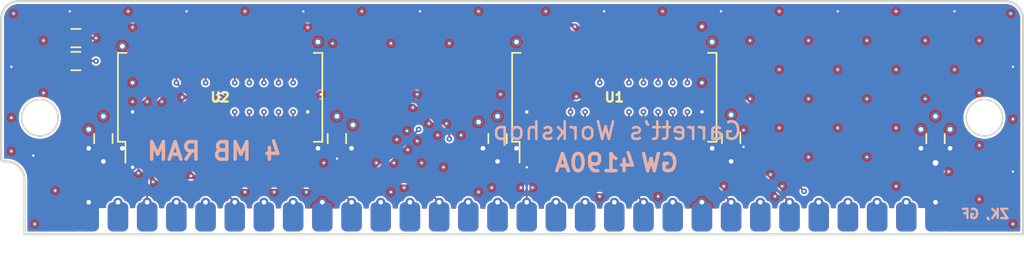
<source format=kicad_pcb>
(kicad_pcb (version 20221018) (generator pcbnew)
  (title_block (title "GW4190A") (date "2021-06-19") (rev "2.0-SOP") (company "Garrett's Workshop"))
  (layers (0 "F.Cu" signal) (1 "In1.Cu" power) (2 "In2.Cu" signal) (31 "B.Cu" power) (34 "B.Paste" user) (35 "F.Paste" user) (36 "B.SilkS" user "B.Silkscreen") (37 "F.SilkS" user "F.Silkscreen") (38 "B.Mask" user) (39 "F.Mask" user) (44 "Edge.Cuts" user))
  (net 0 "")
  (net 1 "+5V")
  (net 2 "/D0")
  (net 3 "/D1")
  (net 4 "/~{WE}")
  (net 5 "/~{RAS}")
  (net 6 "/~{CAS}")
  (net 7 "/D2")
  (net 8 "/D3")
  (net 9 "GND")
  (net 10 "/D4")
  (net 11 "/D5")
  (net 12 "/D6")
  (net 13 "/A11")
  (net 14 "/D7")
  (net 15 "/QP")
  (net 16 "/~{CASP}")
  (net 17 "/DP")
  (net 18 "/1A0")
  (net 19 "/1A1")
  (net 20 "/1A2")
  (net 21 "/1A3")
  (net 22 "/1A4")
  (net 23 "/1A5")
  (net 24 "/1A6")
  (net 25 "/1A7")
  (net 26 "/1A8")
  (net 27 "/1A10")
  (net 28 "/1A9")
  (net 29 "/~{OE}")
  (footprint "stdpads:C_0805" (layer "F.Cu") (at 85.09 93.257 90)
    (fp_text reference "C1")
    (fp_text value "2u2")
    (pad "1" smd roundrect (at -0.85 0 90) (size 1.05 1.4) (layers "F.Cu" "F.Paste" "F.Mask") (net 1 "+5V"))
    (pad "2" smd roundrect (at 0.85 0 90) (size 1.05 1.4) (layers "F.Cu" "F.Paste" "F.Mask") (net 9 "GND"))
  )
  (footprint "stdpads:C_0805" (layer "F.Cu") (at 105.41 93.257 90)
    (fp_text reference "C2")
    (fp_text value "2u2")
    (pad "1" smd roundrect (at -0.85 0 90) (size 1.05 1.4) (layers "F.Cu" "F.Paste" "F.Mask") (net 1 "+5V"))
    (pad "2" smd roundrect (at 0.85 0 90) (size 1.05 1.4) (layers "F.Cu" "F.Paste" "F.Mask") (net 9 "GND"))
  )
  (footprint "stdpads:C_0805" (layer "F.Cu") (at 119.38 93.257 90)
    (fp_text reference "C3")
    (fp_text value "2u2")
    (pad "1" smd roundrect (at -0.85 0 90) (size 1.05 1.4) (layers "F.Cu" "F.Paste" "F.Mask") (net 1 "+5V"))
    (pad "2" smd roundrect (at 0.85 0 90) (size 1.05 1.4) (layers "F.Cu" "F.Paste" "F.Mask") (net 9 "GND"))
  )
  (footprint "stdpads:C_0805" (layer "F.Cu") (at 139.7 93.257 90)
    (fp_text reference "C4")
    (fp_text value "2u2")
    (pad "1" smd roundrect (at -0.85 0 90) (size 1.05 1.4) (layers "F.Cu" "F.Paste" "F.Mask") (net 1 "+5V"))
    (pad "2" smd roundrect (at 0.85 0 90) (size 1.05 1.4) (layers "F.Cu" "F.Paste" "F.Mask") (net 9 "GND"))
  )
  (footprint "stdpads:C_0805" (layer "F.Cu") (at 157.48 93.257 90)
    (fp_text reference "C5")
    (fp_text value "2u2")
    (pad "1" smd roundrect (at -0.85 0 90) (size 1.05 1.4) (layers "F.Cu" "F.Paste" "F.Mask") (net 1 "+5V"))
    (pad "2" smd roundrect (at 0.85 0 90) (size 1.05 1.4) (layers "F.Cu" "F.Paste" "F.Mask") (net 9 "GND"))
  )
  (footprint "stdpads:SIMM-30_Edge" (layer "F.Cu") (at 120.65 99.822)
    (fp_text reference "J1")
    (fp_text value "DRAM-SIMM-30")
    (pad "1" thru_hole circle (at -36.83 -1.016) (size 0.8 0.8) (drill 0.4) (layers "*.Cu" "*.Mask") (net 1 "+5V"))
    (pad "1" smd roundrect (at -36.83 0.254) (size 1.778 2.54) (layers "F.Cu" "F.Mask") (net 1 "+5V"))
    (pad "1" smd roundrect (at -36.83 0.254) (size 1.778 2.54) (layers "B.Cu" "B.Mask") (net 1 "+5V"))
    (pad "2" thru_hole circle (at -34.29 -1.016) (size 0.8 0.8) (drill 0.4) (layers "*.Cu" "*.Mask") (net 6 "/~{CAS}"))
    (pad "2" smd roundrect (at -34.29 0.254) (size 1.778 2.54) (layers "F.Cu" "F.Mask") (net 6 "/~{CAS}"))
    (pad "2" smd roundrect (at -34.29 0.254) (size 1.778 2.54) (layers "B.Cu" "B.Mask") (net 6 "/~{CAS}"))
    (pad "3" thru_hole circle (at -31.75 -1.016) (size 0.8 0.8) (drill 0.4) (layers "*.Cu" "*.Mask") (net 2 "/D0"))
    (pad "3" smd roundrect (at -31.75 0.254) (size 1.778 2.54) (layers "F.Cu" "F.Mask") (net 2 "/D0"))
    (pad "3" smd roundrect (at -31.75 0.254) (size 1.778 2.54) (layers "B.Cu" "B.Mask") (net 2 "/D0"))
    (pad "4" thru_hole circle (at -29.21 -1.016) (size 0.8 0.8) (drill 0.4) (layers "*.Cu" "*.Mask") (net 22 "/1A4"))
    (pad "4" smd roundrect (at -29.21 0.254) (size 1.778 2.54) (layers "F.Cu" "F.Mask") (net 22 "/1A4"))
    (pad "4" smd roundrect (at -29.21 0.254) (size 1.778 2.54) (layers "B.Cu" "B.Mask") (net 22 "/1A4"))
    (pad "5" thru_hole circle (at -26.67 -1.016) (size 0.8 0.8) (drill 0.4) (layers "*.Cu" "*.Mask") (net 21 "/1A3"))
    (pad "5" smd roundrect (at -26.67 0.254) (size 1.778 2.54) (layers "F.Cu" "F.Mask") (net 21 "/1A3"))
    (pad "5" smd roundrect (at -26.67 0.254) (size 1.778 2.54) (layers "B.Cu" "B.Mask") (net 21 "/1A3"))
    (pad "6" thru_hole circle (at -24.13 -1.016) (size 0.8 0.8) (drill 0.4) (layers "*.Cu" "*.Mask") (net 3 "/D1"))
    (pad "6" smd roundrect (at -24.13 0.254) (size 1.778 2.54) (layers "F.Cu" "F.Mask") (net 3 "/D1"))
    (pad "6" smd roundrect (at -24.13 0.254) (size 1.778 2.54) (layers "B.Cu" "B.Mask") (net 3 "/D1"))
    (pad "7" thru_hole circle (at -21.59 -1.016) (size 0.8 0.8) (drill 0.4) (layers "*.Cu" "*.Mask") (net 23 "/1A5"))
    (pad "7" smd roundrect (at -21.59 0.254) (size 1.778 2.54) (layers "F.Cu" "F.Mask") (net 23 "/1A5"))
    (pad "7" smd roundrect (at -21.59 0.254) (size 1.778 2.54) (layers "B.Cu" "B.Mask") (net 23 "/1A5"))
    (pad "8" thru_hole circle (at -19.05 -1.016) (size 0.8 0.8) (drill 0.4) (layers "*.Cu" "*.Mask") (net 20 "/1A2"))
    (pad "8" smd roundrect (at -19.05 0.254) (size 1.778 2.54) (layers "F.Cu" "F.Mask") (net 20 "/1A2"))
    (pad "8" smd roundrect (at -19.05 0.254) (size 1.778 2.54) (layers "B.Cu" "B.Mask") (net 20 "/1A2"))
    (pad "9" thru_hole circle (at -16.51 -1.016) (size 0.8 0.8) (drill 0.4) (layers "*.Cu" "*.Mask") (net 9 "GND"))
    (pad "9" smd roundrect (at -16.51 0.254) (size 1.778 2.54) (layers "F.Cu" "F.Mask") (net 9 "GND"))
    (pad "9" smd roundrect (at -16.51 0.254) (size 1.778 2.54) (layers "B.Cu" "B.Mask") (net 9 "GND"))
    (pad "10" thru_hole circle (at -13.97 -1.016) (size 0.8 0.8) (drill 0.4) (layers "*.Cu" "*.Mask") (net 7 "/D2"))
    (pad "10" smd roundrect (at -13.97 0.254) (size 1.778 2.54) (layers "F.Cu" "F.Mask") (net 7 "/D2"))
    (pad "10" smd roundrect (at -13.97 0.254) (size 1.778 2.54) (layers "B.Cu" "B.Mask") (net 7 "/D2"))
    (pad "11" thru_hole circle (at -11.43 -1.016) (size 0.8 0.8) (drill 0.4) (layers "*.Cu" "*.Mask") (net 24 "/1A6"))
    (pad "11" smd roundrect (at -11.43 0.254) (size 1.778 2.54) (layers "F.Cu" "F.Mask") (net 24 "/1A6"))
    (pad "11" smd roundrect (at -11.43 0.254) (size 1.778 2.54) (layers "B.Cu" "B.Mask") (net 24 "/1A6"))
    (pad "12" thru_hole circle (at -8.89 -1.016) (size 0.8 0.8) (drill 0.4) (layers "*.Cu" "*.Mask") (net 19 "/1A1"))
    (pad "12" smd roundrect (at -8.89 0.254) (size 1.778 2.54) (layers "F.Cu" "F.Mask") (net 19 "/1A1"))
    (pad "12" smd roundrect (at -8.89 0.254) (size 1.778 2.54) (layers "B.Cu" "B.Mask") (net 19 "/1A1"))
    (pad "13" thru_hole circle (at -6.35 -1.016) (size 0.8 0.8) (drill 0.4) (layers "*.Cu" "*.Mask") (net 8 "/D3"))
    (pad "13" smd roundrect (at -6.35 0.254) (size 1.778 2.54) (layers "F.Cu" "F.Mask") (net 8 "/D3"))
    (pad "13" smd roundrect (at -6.35 0.254) (size 1.778 2.54) (layers "B.Cu" "B.Mask") (net 8 "/D3"))
    (pad "14" thru_hole circle (at -3.81 -1.016) (size 0.8 0.8) (drill 0.4) (layers "*.Cu" "*.Mask") (net 25 "/1A7"))
    (pad "14" smd roundrect (at -3.81 0.254) (size 1.778 2.54) (layers "F.Cu" "F.Mask") (net 25 "/1A7"))
    (pad "14" smd roundrect (at -3.81 0.254) (size 1.778 2.54) (layers "B.Cu" "B.Mask") (net 25 "/1A7"))
    (pad "15" thru_hole circle (at -1.27 -1.016) (size 0.8 0.8) (drill 0.4) (layers "*.Cu" "*.Mask") (net 18 "/1A0"))
    (pad "15" smd roundrect (at -1.27 0.254) (size 1.778 2.54) (layers "F.Cu" "F.Mask") (net 18 "/1A0"))
    (pad "15" smd roundrect (at -1.27 0.254) (size 1.778 2.54) (layers "B.Cu" "B.Mask") (net 18 "/1A0"))
    (pad "16" thru_hole circle (at 1.27 -1.016) (size 0.8 0.8) (drill 0.4) (layers "*.Cu" "*.Mask") (net 10 "/D4"))
    (pad "16" smd roundrect (at 1.27 0.254) (size 1.778 2.54) (layers "F.Cu" "F.Mask") (net 10 "/D4"))
    (pad "16" smd roundrect (at 1.27 0.254) (size 1.778 2.54) (layers "B.Cu" "B.Mask") (net 10 "/D4"))
    (pad "17" thru_hole circle (at 3.81 -1.016) (size 0.8 0.8) (drill 0.4) (layers "*.Cu" "*.Mask") (net 26 "/1A8"))
    (pad "17" smd roundrect (at 3.81 0.254) (size 1.778 2.54) (layers "F.Cu" "F.Mask") (net 26 "/1A8"))
    (pad "17" smd roundrect (at 3.81 0.254) (size 1.778 2.54) (layers "B.Cu" "B.Mask") (net 26 "/1A8"))
    (pad "18" thru_hole circle (at 6.35 -1.016) (size 0.8 0.8) (drill 0.4) (layers "*.Cu" "*.Mask") (net 27 "/1A10"))
    (pad "18" smd roundrect (at 6.35 0.254) (size 1.778 2.54) (layers "F.Cu" "F.Mask") (net 27 "/1A10"))
    (pad "18" smd roundrect (at 6.35 0.254) (size 1.778 2.54) (layers "B.Cu" "B.Mask") (net 27 "/1A10"))
    (pad "19" thru_hole circle (at 8.89 -1.016) (size 0.8 0.8) (drill 0.4) (layers "*.Cu" "*.Mask") (net 28 "/1A9"))
    (pad "19" smd roundrect (at 8.89 0.254) (size 1.778 2.54) (layers "F.Cu" "F.Mask") (net 28 "/1A9"))
    (pad "19" smd roundrect (at 8.89 0.254) (size 1.778 2.54) (layers "B.Cu" "B.Mask") (net 28 "/1A9"))
    (pad "20" thru_hole circle (at 11.43 -1.016) (size 0.8 0.8) (drill 0.4) (layers "*.Cu" "*.Mask") (net 11 "/D5"))
    (pad "20" smd roundrect (at 11.43 0.254) (size 1.778 2.54) (layers "F.Cu" "F.Mask") (net 11 "/D5"))
    (pad "20" smd roundrect (at 11.43 0.254) (size 1.778 2.54) (layers "B.Cu" "B.Mask") (net 11 "/D5"))
    (pad "21" thru_hole circle (at 13.97 -1.016) (size 0.8 0.8) (drill 0.4) (layers "*.Cu" "*.Mask") (net 4 "/~{WE}"))
    (pad "21" smd roundrect (at 13.97 0.254) (size 1.778 2.54) (layers "F.Cu" "F.Mask") (net 4 "/~{WE}"))
    (pad "21" smd roundrect (at 13.97 0.254) (size 1.778 2.54) (layers "B.Cu" "B.Mask") (net 4 "/~{WE}"))
    (pad "22" thru_hole circle (at 16.51 -1.016) (size 0.8 0.8) (drill 0.4) (layers "*.Cu" "*.Mask") (net 9 "GND"))
    (pad "22" smd roundrect (at 16.51 0.254) (size 1.778 2.54) (layers "F.Cu" "F.Mask") (net 9 "GND"))
    (pad "22" smd roundrect (at 16.51 0.254) (size 1.778 2.54) (layers "B.Cu" "B.Mask") (net 9 "GND"))
    (pad "23" thru_hole circle (at 19.05 -1.016) (size 0.8 0.8) (drill 0.4) (layers "*.Cu" "*.Mask") (net 12 "/D6"))
    (pad "23" smd roundrect (at 19.05 0.254) (size 1.778 2.54) (layers "F.Cu" "F.Mask") (net 12 "/D6"))
    (pad "23" smd roundrect (at 19.05 0.254) (size 1.778 2.54) (layers "B.Cu" "B.Mask") (net 12 "/D6"))
    (pad "24" thru_hole circle (at 21.59 -1.016) (size 0.8 0.8) (drill 0.4) (layers "*.Cu" "*.Mask") (net 13 "/A11"))
    (pad "24" smd roundrect (at 21.59 0.254) (size 1.778 2.54) (layers "F.Cu" "F.Mask") (net 13 "/A11"))
    (pad "24" smd roundrect (at 21.59 0.254) (size 1.778 2.54) (layers "B.Cu" "B.Mask") (net 13 "/A11"))
    (pad "25" thru_hole circle (at 24.13 -1.016) (size 0.8 0.8) (drill 0.4) (layers "*.Cu" "*.Mask") (net 14 "/D7"))
    (pad "25" smd roundrect (at 24.13 0.254) (size 1.778 2.54) (layers "F.Cu" "F.Mask") (net 14 "/D7"))
    (pad "25" smd roundrect (at 24.13 0.254) (size 1.778 2.54) (layers "B.Cu" "B.Mask") (net 14 "/D7"))
    (pad "26" thru_hole circle (at 26.67 -1.016) (size 0.8 0.8) (drill 0.4) (layers "*.Cu" "*.Mask") (net 15 "/QP"))
    (pad "26" smd roundrect (at 26.67 0.254) (size 1.778 2.54) (layers "F.Cu" "F.Mask") (net 15 "/QP"))
    (pad "26" smd roundrect (at 26.67 0.254) (size 1.778 2.54) (layers "B.Cu" "B.Mask") (net 15 "/QP"))
    (pad "27" thru_hole circle (at 29.21 -1.016) (size 0.8 0.8) (drill 0.4) (layers "*.Cu" "*.Mask") (net 5 "/~{RAS}"))
    (pad "27" smd roundrect (at 29.21 0.254) (size 1.778 2.54) (layers "F.Cu" "F.Mask") (net 5 "/~{RAS}"))
    (pad "27" smd roundrect (at 29.21 0.254) (size 1.778 2.54) (layers "B.Cu" "B.Mask") (net 5 "/~{RAS}"))
    (pad "28" thru_hole circle (at 31.75 -1.016) (size 0.8 0.8) (drill 0.4) (layers "*.Cu" "*.Mask") (net 16 "/~{CASP}"))
    (pad "28" smd roundrect (at 31.75 0.254) (size 1.778 2.54) (layers "F.Cu" "F.Mask") (net 16 "/~{CASP}"))
    (pad "28" smd roundrect (at 31.75 0.254) (size 1.778 2.54) (layers "B.Cu" "B.Mask") (net 16 "/~{CASP}"))
    (pad "29" thru_hole circle (at 34.29 -1.016) (size 0.8 0.8) (drill 0.4) (layers "*.Cu" "*.Mask") (net 17 "/DP"))
    (pad "29" smd roundrect (at 34.29 0.254) (size 1.778 2.54) (layers "F.Cu" "F.Mask") (net 17 "/DP"))
    (pad "29" smd roundrect (at 34.29 0.254) (size 1.778 2.54) (layers "B.Cu" "B.Mask") (net 17 "/DP"))
    (pad "30" thru_hole circle (at 36.83 -1.016) (size 0.8 0.8) (drill 0.4) (layers "*.Cu" "*.Mask") (net 1 "+5V"))
    (pad "30" smd roundrect (at 36.83 0.254) (size 1.778 2.54) (layers "F.Cu" "F.Mask") (net 1 "+5V"))
    (pad "30" smd roundrect (at 36.83 0.254) (size 1.778 2.54) (layers "B.Cu" "B.Mask") (net 1 "+5V"))
  )
  (footprint "stdpads:R_0805" (layer "F.Cu") (at 82.7 86.5 180)
    (fp_text reference "R1")
    (fp_text value "EDO")
    (pad "1" smd roundrect (at -0.95 0 180) (size 0.85 1.4) (layers "F.Cu" "F.Paste" "F.Mask") (net 6 "/~{CAS}"))
    (pad "2" smd roundrect (at 0.95 0 180) (size 0.85 1.4) (layers "F.Cu" "F.Paste" "F.Mask") (net 29 "/~{OE}"))
  )
  (footprint "stdpads:R_0805" (layer "F.Cu") (at 82.7 84.5)
    (fp_text reference "R2")
    (fp_text value "FPM")
    (pad "1" smd roundrect (at -0.95 0) (size 0.85 1.4) (layers "F.Cu" "F.Paste" "F.Mask") (net 29 "/~{OE}"))
    (pad "2" smd roundrect (at 0.95 0) (size 0.85 1.4) (layers "F.Cu" "F.Paste" "F.Mask") (net 9 "GND"))
  )
  (footprint "stdpads:SOP-24-26_300mil" (layer "F.Cu") (at 129.54 89.662 90)
    (fp_text reference "U1")
    (fp_text value "4C4M4")
    (fp_text user "${REFERENCE}" (at 0 0) (layer "F.SilkS") (effects (font (size 0.8128 0.8128) (thickness 0.2032))))
    (pad "1" smd roundrect (at -4.699 -7.62 90) (size 2.032 0.6) (layers "F.Cu" "F.Paste" "F.Mask") (net 1 "+5V"))
    (pad "2" smd roundrect (at -4.699 -6.35 90) (size 2.032 0.6) (layers "F.Cu" "F.Paste" "F.Mask") (net 11 "/D5"))
    (pad "3" smd roundrect (at -4.699 -5.08 90) (size 2.032 0.6) (layers "F.Cu" "F.Paste" "F.Mask") (net 14 "/D7"))
    (pad "4" smd roundrect (at -4.699 -3.81 90) (size 2.032 0.6) (layers "F.Cu" "F.Paste" "F.Mask") (net 4 "/~{WE}"))
    (pad "5" smd roundrect (at -4.699 -2.54 90) (size 2.032 0.6) (layers "F.Cu" "F.Paste" "F.Mask") (net 5 "/~{RAS}"))
    (pad "6" smd roundrect (at -4.699 -1.27 90) (size 2.032 0.6) (layers "F.Cu" "F.Paste" "F.Mask"))
    (pad "8" smd roundrect (at -4.699 1.27 90) (size 2.032 0.6) (layers "F.Cu" "F.Paste" "F.Mask") (net 27 "/1A10"))
    (pad "9" smd roundrect (at -4.699 2.54 90) (size 2.032 0.6) (layers "F.Cu" "F.Paste" "F.Mask") (net 18 "/1A0"))
    (pad "10" smd roundrect (at -4.699 3.81 90) (size 2.032 0.6) (layers "F.Cu" "F.Paste" "F.Mask") (net 19 "/1A1"))
    (pad "11" smd roundrect (at -4.699 5.08 90) (size 2.032 0.6) (layers "F.Cu" "F.Paste" "F.Mask") (net 20 "/1A2"))
    (pad "12" smd roundrect (at -4.699 6.35 90) (size 2.032 0.6) (layers "F.Cu" "F.Paste" "F.Mask") (net 21 "/1A3"))
    (pad "13" smd roundrect (at -4.699 7.62 90) (size 2.032 0.6) (layers "F.Cu" "F.Paste" "F.Mask") (net 1 "+5V"))
    (pad "14" smd roundrect (at 4.699 7.62 90) (size 2.032 0.6) (layers "F.Cu" "F.Paste" "F.Mask") (net 9 "GND"))
    (pad "15" smd roundrect (at 4.699 6.35 90) (size 2.032 0.6) (layers "F.Cu" "F.Paste" "F.Mask") (net 22 "/1A4"))
    (pad "16" smd roundrect (at 4.699 5.08 90) (size 2.032 0.6) (layers "F.Cu" "F.Paste" "F.Mask") (net 23 "/1A5"))
    (pad "17" smd roundrect (at 4.699 3.81 90) (size 2.032 0.6) (layers "F.Cu" "F.Paste" "F.Mask") (net 24 "/1A6"))
    (pad "18" smd roundrect (at 4.699 2.54 90) (size 2.032 0.6) (layers "F.Cu" "F.Paste" "F.Mask") (net 25 "/1A7"))
    (pad "19" smd roundrect (at 4.699 1.27 90) (size 2.032 0.6) (layers "F.Cu" "F.Paste" "F.Mask") (net 26 "/1A8"))
    (pad "21" smd roundrect (at 4.699 -1.27 90) (size 2.032 0.6) (layers "F.Cu" "F.Paste" "F.Mask") (net 28 "/1A9"))
    (pad "22" smd roundrect (at 4.699 -2.54 90) (size 2.032 0.6) (layers "F.Cu" "F.Paste" "F.Mask") (net 29 "/~{OE}"))
    (pad "23" smd roundrect (at 4.699 -3.81 90) (size 2.032 0.6) (layers "F.Cu" "F.Paste" "F.Mask") (net 6 "/~{CAS}"))
    (pad "24" smd roundrect (at 4.699 -5.08 90) (size 2.032 0.6) (layers "F.Cu" "F.Paste" "F.Mask") (net 12 "/D6"))
    (pad "25" smd roundrect (at 4.699 -6.35 90) (size 2.032 0.6) (layers "F.Cu" "F.Paste" "F.Mask") (net 10 "/D4"))
    (pad "26" smd roundrect (at 4.699 -7.62 90) (size 2.032 0.6) (layers "F.Cu" "F.Paste" "F.Mask") (net 9 "GND"))
  )
  (footprint "stdpads:SOP-24-26_300mil" (layer "F.Cu") (at 95.25 89.662 90)
    (fp_text reference "U2")
    (fp_text value "4C4M4")
    (fp_text user "${REFERENCE}" (at 0 0) (layer "F.SilkS") (effects (font (size 0.8128 0.8128) (thickness 0.2032))))
    (pad "1" smd roundrect (at -4.699 -7.62 90) (size 2.032 0.6) (layers "F.Cu" "F.Paste" "F.Mask") (net 1 "+5V"))
    (pad "2" smd roundrect (at -4.699 -6.35 90) (size 2.032 0.6) (layers "F.Cu" "F.Paste" "F.Mask") (net 3 "/D1"))
    (pad "3" smd roundrect (at -4.699 -5.08 90) (size 2.032 0.6) (layers "F.Cu" "F.Paste" "F.Mask") (net 8 "/D3"))
    (pad "4" smd roundrect (at -4.699 -3.81 90) (size 2.032 0.6) (layers "F.Cu" "F.Paste" "F.Mask") (net 4 "/~{WE}"))
    (pad "5" smd roundrect (at -4.699 -2.54 90) (size 2.032 0.6) (layers "F.Cu" "F.Paste" "F.Mask") (net 5 "/~{RAS}"))
    (pad "6" smd roundrect (at -4.699 -1.27 90) (size 2.032 0.6) (layers "F.Cu" "F.Paste" "F.Mask"))
    (pad "8" smd roundrect (at -4.699 1.27 90) (size 2.032 0.6) (layers "F.Cu" "F.Paste" "F.Mask") (net 21 "/1A3"))
    (pad "9" smd roundrect (at -4.699 2.54 90) (size 2.032 0.6) (layers "F.Cu" "F.Paste" "F.Mask") (net 20 "/1A2"))
    (pad "10" smd roundrect (at -4.699 3.81 90) (size 2.032 0.6) (layers "F.Cu" "F.Paste" "F.Mask") (net 19 "/1A1"))
    (pad "11" smd roundrect (at -4.699 5.08 90) (size 2.032 0.6) (layers "F.Cu" "F.Paste" "F.Mask") (net 18 "/1A0"))
    (pad "12" smd roundrect (at -4.699 6.35 90) (size 2.032 0.6) (layers "F.Cu" "F.Paste" "F.Mask") (net 27 "/1A10"))
    (pad "13" smd roundrect (at -4.699 7.62 90) (size 2.032 0.6) (layers "F.Cu" "F.Paste" "F.Mask") (net 1 "+5V"))
    (pad "14" smd roundrect (at 4.699 7.62 90) (size 2.032 0.6) (layers "F.Cu" "F.Paste" "F.Mask") (net 9 "GND"))
    (pad "15" smd roundrect (at 4.699 6.35 90) (size 2.032 0.6) (layers "F.Cu" "F.Paste" "F.Mask") (net 28 "/1A9"))
    (pad "16" smd roundrect (at 4.699 5.08 90) (size 2.032 0.6) (layers "F.Cu" "F.Paste" "F.Mask") (net 26 "/1A8"))
    (pad "17" smd roundrect (at 4.699 3.81 90) (size 2.032 0.6) (layers "F.Cu" "F.Paste" "F.Mask") (net 25 "/1A7"))
    (pad "18" smd roundrect (at 4.699 2.54 90) (size 2.032 0.6) (layers "F.Cu" "F.Paste" "F.Mask") (net 24 "/1A6"))
    (pad "19" smd roundrect (at 4.699 1.27 90) (size 2.032 0.6) (layers "F.Cu" "F.Paste" "F.Mask") (net 23 "/1A5"))
    (pad "21" smd roundrect (at 4.699 -1.27 90) (size 2.032 0.6) (layers "F.Cu" "F.Paste" "F.Mask") (net 22 "/1A4"))
    (pad "22" smd roundrect (at 4.699 -2.54 90) (size 2.032 0.6) (layers "F.Cu" "F.Paste" "F.Mask") (net 29 "/~{OE}"))
    (pad "23" smd roundrect (at 4.699 -3.81 90) (size 2.032 0.6) (layers "F.Cu" "F.Paste" "F.Mask") (net 6 "/~{CAS}"))
    (pad "24" smd roundrect (at 4.699 -5.08 90) (size 2.032 0.6) (layers "F.Cu" "F.Paste" "F.Mask") (net 7 "/D2"))
    (pad "25" smd roundrect (at 4.699 -6.35 90) (size 2.032 0.6) (layers "F.Cu" "F.Paste" "F.Mask") (net 2 "/D0"))
    (pad "26" smd roundrect (at 4.699 -7.62 90) (size 2.032 0.6) (layers "F.Cu" "F.Paste" "F.Mask") (net 9 "GND"))
  )
  (gr_circle (center 79.5655 91.44) (end 77.978 91.44) (stroke (width 0.15)) (fill none) (layer "Edge.Cuts"))
  (gr_circle (center 161.7345 91.44) (end 163.322 91.44) (stroke (width 0.15)) (fill none) (layer "Edge.Cuts"))
  (gr_arc (start 163.576 81.28) (mid 164.653631 81.726369) (end 165.1 82.804) (stroke (width 0.2)) (layer "Edge.Cuts"))
  (gr_arc (start 76.2 82.804) (mid 76.646369 81.726369) (end 77.724 81.28) (stroke (width 0.2)) (layer "Edge.Cuts"))
  (gr_arc (start 76.454 95.25) (mid 76.274395 95.175605) (end 76.2 94.996) (stroke (width 0.2)) (layer "Edge.Cuts"))
  (gr_line (start 76.6445 95.25) (end 76.454 95.25) (stroke (width 0.2)) (layer "Edge.Cuts"))
  (gr_line (start 78.232 101.6) (end 78.232 96.8375) (stroke (width 0.2)) (layer "Edge.Cuts"))
  (gr_line (start 76.2 94.996) (end 76.2 82.804) (stroke (width 0.2)) (layer "Edge.Cuts"))
  (gr_arc (start 76.6445 95.25) (mid 77.767032 95.714968) (end 78.232 96.8375) (stroke (width 0.2)) (layer "Edge.Cuts"))
  (gr_line (start 165.1 82.804) (end 165.1 101.6) (stroke (width 0.2)) (layer "Edge.Cuts"))
  (gr_line (start 77.724 81.28) (end 163.576 81.28) (stroke (width 0.2)) (layer "Edge.Cuts"))
  (gr_line (start 165.1 101.6) (end 78.232 101.6) (stroke (width 0.2)) (layer "Edge.Cuts"))
  (gr_text "Garrett’s Workshop" (at 129.794 92.583) (layer "B.SilkS") (effects (font (size 1.524 1.524) (thickness 0.225)) (justify mirror)))
  (gr_text "GW" (at 133.477 95.377) (layer "B.SilkS") (effects (font (size 1.5 1.5) (thickness 0.3)) (justify mirror)))
  (gr_text "4 MB RAM" (at 94.742 94.361) (layer "B.SilkS") (effects (font (size 1.524 1.524) (thickness 0.3)) (justify mirror)))
  (gr_text "4190A" (at 127.889 95.377) (layer "B.SilkS") (effects (font (size 1.5 1.5) (thickness 0.3)) (justify mirror)))
  (gr_text "ZK, GF" (at 161.798 99.822) (layer "B.SilkS") (effects (font (size 0.8128 0.8128) (thickness 0.2032)) (justify mirror)))
  (segment (start 121.031 94.107) (end 121.915 94.107) (width 0.508) (layer "F.Cu") (net 1))
  (segment (start 137.165 94.107) (end 137.16 94.112) (width 0.508) (layer "F.Cu") (net 1))
  (segment (start 138.049 94.107) (end 137.165 94.107) (width 0.508) (layer "F.Cu") (net 1))
  (segment (start 121.915 94.107) (end 121.92 94.112) (width 0.508) (layer "F.Cu") (net 1))
  (segment (start 105.41 94.107) (end 103.759 94.107) (width 0.762) (layer "F.Cu") (net 1))
  (segment (start 157.48 98.806) (end 157.48 95.377) (width 1.27) (layer "F.Cu") (net 1))
  (segment (start 137.16 94.112) (end 137.16 90.932) (width 0.6) (layer "F.Cu") (net 1))
  (segment (start 87.625 94.107) (end 87.63 94.112) (width 0.508) (layer "F.Cu") (net 1))
  (segment (start 87.63 94.112) (end 87.63 90.932) (width 0.6) (layer "F.Cu") (net 1))
  (segment (start 139.7 94.107) (end 139.7 95.25) (width 0.762) (layer "F.Cu") (net 1))
  (segment (start 157.48 94.107) (end 156.21 94.107) (width 0.8) (layer "F.Cu") (net 1))
  (segment (start 102.87 94.112) (end 102.87 90.932) (width 0.6) (layer "F.Cu") (net 1))
  (segment (start 139.7 94.107) (end 138.049 94.107) (width 0.762) (layer "F.Cu") (net 1))
  (segment (start 102.875 94.107) (end 102.87 94.112) (width 0.508) (layer "F.Cu") (net 1))
  (segment (start 86.741 94.107) (end 87.625 94.107) (width 0.508) (layer "F.Cu") (net 1))
  (segment (start 105.41 94.107) (end 106.68 94.107) (width 0.762) (layer "F.Cu") (net 1))
  (segment (start 139.7 94.107) (end 140.6525 94.107) (width 0.508) (layer "F.Cu") (net 1))
  (segment (start 105.41 94.107) (end 105.41 94.996) (width 0.508) (layer "F.Cu") (net 1))
  (segment (start 140.6525 94.107) (end 140.7795 93.98) (width 0.508) (layer "F.Cu") (net 1))
  (segment (start 103.759 94.107) (end 102.875 94.107) (width 0.508) (layer "F.Cu") (net 1))
  (segment (start 119.38 94.107) (end 121.031 94.107) (width 0.762) (layer "F.Cu") (net 1))
  (segment (start 85.09 94.107) (end 86.741 94.107) (width 0.762) (layer "F.Cu") (net 1))
  (segment (start 85.09 94.107) (end 83.82 94.107) (width 0.762) (layer "F.Cu") (net 1))
  (segment (start 119.38 94.107) (end 118.11 94.107) (width 0.762) (layer "F.Cu") (net 1))
  (segment (start 85.09 94.107) (end 85.09 95.25) (width 0.762) (layer "F.Cu") (net 1))
  (segment (start 87.63 94.112) (end 87.63 95.758) (width 0.6) (layer "F.Cu") (net 1))
  (segment (start 157.48 95.377) (end 157.48 94.107) (width 0.762) (layer "F.Cu") (net 1))
  (segment (start 157.48 94.107) (end 158.75 94.107) (width 0.8) (layer "F.Cu") (net 1))
  (segment (start 119.38 94.107) (end 119.38 95.25) (width 0.762) (layer "F.Cu") (net 1))
  (segment (start 121.92 94.112) (end 121.92 95.758) (width 0.508) (layer "F.Cu") (net 1))
  (segment (start 121.92 94.112) (end 121.92 90.932) (width 0.6) (layer "F.Cu") (net 1))
  (via (at 138.049 94.107) (size 0.8) (drill 0.4) (layers "F.Cu" "B.Cu") (net 1))
  (via (at 121.031 94.107) (size 0.8) (drill 0.4) (layers "F.Cu" "B.Cu") (net 1))
  (via (at 77.089 86.995) (size 0.508) (drill 0.2) (layers "F.Cu" "B.Cu") (net 1))
  (via (at 164.211 86.995) (size 0.508) (drill 0.2) (layers "F.Cu" "B.Cu") (net 1))
  (via (at 164.211 96.139) (size 0.508) (drill 0.2) (layers "F.Cu" "B.Cu") (net 1))
  (via (at 78.994 94.742) (size 0.508) (drill 0.2) (layers "F.Cu" "B.Cu") (net 1))
  (via (at 159.131 82.169) (size 0.508) (drill 0.2) (layers "F.Cu" "B.Cu") (net 1))
  (via (at 148.971 82.169) (size 0.508) (drill 0.2) (layers "F.Cu" "B.Cu") (net 1))
  (via (at 92.329 82.169) (size 0.508) (drill 0.2) (layers "F.Cu" "B.Cu") (net 1))
  (via (at 102.489 82.169) (size 0.508) (drill 0.2) (layers "F.Cu" "B.Cu") (net 1))
  (via (at 138.811 82.169) (size 0.508) (drill 0.2) (layers "F.Cu" "B.Cu") (net 1))
  (via (at 82.169 82.169) (size 0.508) (drill 0.2) (layers "F.Cu" "B.Cu") (net 1))
  (via (at 112.649 82.169) (size 0.508) (drill 0.2) (layers "F.Cu" "B.Cu") (net 1))
  (via (at 128.651 82.169) (size 0.508) (drill 0.2) (layers "F.Cu" "B.Cu") (net 1))
  (via (at 157.48 95.377) (size 1) (drill 0.5) (layers "F.Cu" "B.Cu") (net 1))
  (via (at 106.68 94.107) (size 0.8) (drill 0.4) (layers "F.Cu" "B.Cu") (net 1))
  (via (at 137.16 90.932) (size 0.6) (drill 0.3) (layers "F.Cu" "B.Cu") (net 1))
  (via (at 118.11 94.107) (size 0.8) (drill 0.4) (layers "F.Cu" "B.Cu") (net 1))
  (via (at 86.741 94.107) (size 0.8) (drill 0.4) (layers "F.Cu" "B.Cu") (net 1))
  (via (at 156.21 94.107) (size 0.8) (drill 0.4) (layers "F.Cu" "B.Cu") (net 1))
  (via (at 121.92 90.932) (size 0.6) (drill 0.3) (layers "F.Cu" "B.Cu") (net 1))
  (via (at 121.92 95.758) (size 0.508) (drill 0.2) (layers "F.Cu" "B.Cu") (net 1))
  (via (at 105.41 94.996) (size 0.508) (drill 0.2) (layers "F.Cu" "B.Cu") (net 1))
  (via (at 140.7795 93.98) (size 0.508) (drill 0.2) (layers "F.Cu" "B.Cu") (net 1))
  (via (at 83.82 94.107) (size 0.8) (drill 0.4) (layers "F.Cu" "B.Cu") (net 1))
  (via (at 103.759 94.107) (size 0.8) (drill 0.4) (layers "F.Cu" "B.Cu") (net 1))
  (via (at 119.38 95.25) (size 0.8) (drill 0.4) (layers "F.Cu" "B.Cu") (net 1))
  (via (at 87.63 95.758) (size 0.6) (drill 0.3) (layers "F.Cu" "B.Cu") (net 1))
  (via (at 85.09 95.25) (size 0.8) (drill 0.4) (layers "F.Cu" "B.Cu") (net 1))
  (via (at 139.7 95.25) (size 0.8) (drill 0.4) (layers "F.Cu" "B.Cu") (net 1))
  (via (at 87.63 90.932) (size 0.6) (drill 0.3) (layers "F.Cu" "B.Cu") (net 1))
  (via (at 158.75 94.107) (size 0.8) (drill 0.4) (layers "F.Cu" "B.Cu") (net 1))
  (via (at 102.87 90.932) (size 0.6) (drill 0.3) (layers "F.Cu" "B.Cu") (net 1))
  (segment (start 88.9 89.281) (end 88.9 85.962) (width 0.1524) (layer "F.Cu") (net 2))
  (segment (start 88.9 98.806) (end 88.9 96.266) (width 0.1524) (layer "F.Cu") (net 2))
  (segment (start 88.265 95.631) (end 88.265 89.916) (width 0.1524) (layer "F.Cu") (net 2))
  (segment (start 88.265 89.916) (end 88.9 89.281) (width 0.1524) (layer "F.Cu") (net 2))
  (segment (start 88.9 96.266) (end 88.265 95.631) (width 0.1524) (layer "F.Cu") (net 2))
  (segment (start 88.9 95.758) (end 88.9 94.112) (width 0.1524) (layer "F.Cu") (net 3))
  (segment (start 95.504 97.79) (end 90.932 97.79) (width 0.1524) (layer "F.Cu") (net 3))
  (segment (start 90.932 97.79) (end 88.9 95.758) (width 0.1524) (layer "F.Cu") (net 3))
  (segment (start 96.52 98.806) (end 95.504 97.79) (width 0.1524) (layer "F.Cu") (net 3))
  (segment (start 125.73 94.112) (end 125.73 90.932) (width 0.1524) (layer "F.Cu") (net 4))
  (segment (start 143.05 94.8535) (end 143.05 92.25) (width 0.1524) (layer "F.Cu") (net 4))
  (segment (start 126.535 90) (end 126.4285 90.1065) (width 0.1524) (layer "F.Cu") (net 4))
  (segment (start 91.44 90.932) (end 91.44 94.112) (width 0.1524) (layer "F.Cu") (net 4))
  (segment (start 94.996 90.17) (end 94.869 90.043) (width 0.1524) (layer "F.Cu") (net 4))
  (segment (start 94.869 90.043) (end 92.329 90.043) (width 0.1524) (layer "F.Cu") (net 4))
  (segment (start 126.4285 90.1065) (end 126.0935 90.1065) (width 0.1524) (layer "F.Cu") (net 4))
  (segment (start 126.0935 90.1065) (end 125.73 90.47) (width 0.1524) (layer "F.Cu") (net 4))
  (segment (start 125.73 90.47) (end 125.73 90.932) (width 0.1524) (layer "F.Cu") (net 4))
  (segment (start 115.189 93.2815) (end 115.189 92.964) (width 0.1524) (layer "F.Cu") (net 4))
  (segment (start 112.2045 89.9795) (end 95.6945 89.9795) (width 0.1524) (layer "F.Cu") (net 4))
  (segment (start 95.504 90.17) (end 94.996 90.17) (width 0.1524) (layer "F.Cu") (net 4))
  (segment (start 115.189 92.964) (end 112.2045 89.9795) (width 0.1524) (layer "F.Cu") (net 4))
  (segment (start 143.05 92.25) (end 140.8 90) (width 0.1524) (layer "F.Cu") (net 4))
  (segment (start 140.8 90) (end 126.535 90) (width 0.1524) (layer "F.Cu") (net 4))
  (segment (start 95.6945 89.9795) (end 95.504 90.17) (width 0.1524) (layer "F.Cu") (net 4))
  (segment (start 92.329 90.043) (end 91.44 90.932) (width 0.1524) (layer "F.Cu") (net 4))
  (segment (start 146.05 97.8535) (end 143.05 94.8535) (width 0.1524) (layer "F.Cu") (net 4))
  (via (at 125.73 90.932) (size 0.508) (drill 0.2) (layers "F.Cu" "B.Cu") (net 4))
  (via (at 115.189 93.2815) (size 0.508) (drill 0.2) (layers "F.Cu" "B.Cu") (net 4))
  (via (at 146.05 97.8535) (size 0.508) (drill 0.2) (layers "F.Cu" "B.Cu") (net 4))
  (segment (start 127 94.112) (end 127 90.932) (width 0.1524) (layer "F.Cu") (net 5))
  (segment (start 108.585 96.393) (end 93.345 96.393) (width 0.1524) (layer "F.Cu") (net 5))
  (segment (start 93.345 96.393) (end 92.71 95.758) (width 0.1524) (layer "F.Cu") (net 5))
  (segment (start 112.522 92.456) (end 108.585 96.393) (width 0.1524) (layer "F.Cu") (net 5))
  (segment (start 92.71 95.758) (end 92.71 93.362) (width 0.1524) (layer "F.Cu") (net 5))
  (via (at 127 90.932) (size 0.508) (drill 0.2) (layers "F.Cu" "B.Cu") (net 5))
  (via (at 112.522 92.456) (size 0.508) (drill 0.2) (layers "F.Cu" "B.Cu") (net 5))
  (segment (start 103.3145 89.281) (end 95.631 89.281) (width 0.1524) (layer "F.Cu") (net 6))
  (segment (start 125.222 83.312) (end 120.015 83.312) (width 0.1524) (layer "F.Cu") (net 6))
  (segment (start 125.73 85.212) (end 125.73 83.82) (width 0.1524) (layer "F.Cu") (net 6))
  (segment (start 120.015 83.312) (end 114.4905 88.8365) (width 0.1524) (layer "F.Cu") (net 6))
  (segment (start 95.504 89.154) (end 94.996 89.154) (width 0.1524) (layer "F.Cu") (net 6))
  (segment (start 94.996 89.154) (end 94.869 89.281) (width 0.1524) (layer "F.Cu") (net 6))
  (segment (start 94.869 89.281) (end 92.329 89.281) (width 0.1524) (layer "F.Cu") (net 6))
  (segment (start 114.4905 88.8365) (end 103.759 88.8365) (width 0.1524) (layer "F.Cu") (net 6))
  (segment (start 95.631 89.281) (end 95.504 89.154) (width 0.1524) (layer "F.Cu") (net 6))
  (segment (start 84.45 86.5) (end 83.65 86.5) (width 0.1524) (layer "F.Cu") (net 6))
  (segment (start 91.44 88.392) (end 91.44 85.212) (width 0.1524) (layer "F.Cu") (net 6))
  (segment (start 92.329 89.281) (end 91.44 88.392) (width 0.1524) (layer "F.Cu") (net 6))
  (segment (start 125.73 83.82) (end 125.222 83.312) (width 0.1524) (layer "F.Cu") (net 6))
  (segment (start 103.759 88.8365) (end 103.3145 89.281) (width 0.1524) (layer "F.Cu") (net 6))
  (via (at 84.45 86.5) (size 0.508) (drill 0.2) (layers "F.Cu" "B.Cu") (net 6))
  (via (at 91.44 88.392) (size 0.508) (drill 0.2) (layers "F.Cu" "B.Cu") (net 6))
  (segment (start 105.283 97.409) (end 106.68 98.806) (width 0.1524) (layer "F.Cu") (net 7))
  (segment (start 90.17 89.281) (end 89.535 89.916) (width 0.1524) (layer "F.Cu") (net 7))
  (segment (start 91.186 97.409) (end 105.283 97.409) (width 0.1524) (layer "F.Cu") (net 7))
  (segment (start 89.535 89.916) (end 89.535 95.758) (width 0.1524) (layer "F.Cu") (net 7))
  (segment (start 90.17 85.212) (end 90.17 89.281) (width 0.1524) (layer "F.Cu") (net 7))
  (segment (start 89.535 95.758) (end 91.186 97.409) (width 0.1524) (layer "F.Cu") (net 7))
  (segment (start 91.44 97.028) (end 112.522 97.028) (width 0.1524) (layer "F.Cu") (net 8))
  (segment (start 90.17 95.758) (end 91.44 97.028) (width 0.1524) (layer "F.Cu") (net 8))
  (segment (start 90.17 94.112) (end 90.17 95.758) (width 0.1524) (layer "F.Cu") (net 8))
  (segment (start 112.522 97.028) (end 114.3 98.806) (width 0.1524) (layer "F.Cu") (net 8))
  (segment (start 138.049 84.836) (end 137.287 84.836) (width 0.508) (layer "F.Cu") (net 9))
  (segment (start 137.16 84.963) (end 137.16 85.962) (width 0.508) (layer "F.Cu") (net 9))
  (segment (start 137.287 84.836) (end 137.16 84.963) (width 0.508) (layer "F.Cu") (net 9))
  (segment (start 158.701 92.407) (end 158.75 92.456) (width 0.8) (layer "F.Cu") (net 9))
  (segment (start 103.759 84.836) (end 102.997 84.836) (width 0.508) (layer "F.Cu") (net 9))
  (segment (start 83.869 92.407) (end 83.82 92.456) (width 0.762) (layer "F.Cu") (net 9))
  (segment (start 121.031 84.836) (end 121.84859 84.836) (width 0.508) (layer "F.Cu") (net 9))
  (segment (start 102.997 84.836) (end 102.87 84.963) (width 0.508) (layer "F.Cu") (net 9))
  (segment (start 87.63 85.212) (end 86.746 85.212) (width 0.508) (layer "F.Cu") (net 9))
  (segment (start 119.38 92.407) (end 119.38 91.313) (width 0.762) (layer "F.Cu") (net 9))
  (segment (start 140.667 92.407) (end 140.7795 92.5195) (width 0.508) (layer "F.Cu") (net 9))
  (segment (start 85.09 92.407) (end 85.09 91.313) (width 0.762) (layer "F.Cu") (net 9))
  (segment (start 139.7 92.407) (end 140.667 92.407) (width 0.508) (layer "F.Cu") (net 9))
  (segment (start 102.87 85.212) (end 102.87 83.566) (width 0.508) (layer "F.Cu") (net 9))
  (segment (start 118.315 92.407) (end 117.729 91.821) (width 0.762) (layer "F.Cu") (net 9))
  (segment (start 85.09 92.407) (end 83.869 92.407) (width 0.762) (layer "F.Cu") (net 9))
  (segment (start 121.92 84.90741) (end 121.92 85.962) (width 0.508) (layer "F.Cu") (net 9))
  (segment (start 86.746 85.212) (end 86.741 85.217) (width 0.508) (layer "F.Cu") (net 9))
  (segment (start 137.16 85.212) (end 137.16 88.392) (width 0.6) (layer "F.Cu") (net 9))
  (segment (start 139.7 92.407) (end 139.7 91.186) (width 0.762) (layer "F.Cu") (net 9))
  (segment (start 156.259 92.407) (end 156.21 92.456) (width 0.8) (layer "F.Cu") (net 9))
  (segment (start 87.63 85.212) (end 87.63 88.392) (width 0.6) (layer "F.Cu") (net 9))
  (segment (start 121.84859 84.836) (end 121.92 84.90741) (width 0.508) (layer "F.Cu") (net 9))
  (segment (start 105.41 92.407) (end 106.475 92.407) (width 0.762) (layer "F.Cu") (net 9))
  (segment (start 83.65 84.5) (end 84.45 84.5) (width 0.1524) (layer "F.Cu") (net 9))
  (segment (start 157.48 92.407) (end 156.259 92.407) (width 0.8) (layer "F.Cu") (net 9))
  (segment (start 105.41 92.407) (end 105.41 91.313) (width 0.762) (layer "F.Cu") (net 9))
  (segment (start 106.475 92.407) (end 106.807 92.075) (width 0.762) (layer "F.Cu") (net 9))
  (segment (start 119.38 92.407) (end 118.315 92.407) (width 0.762) (layer "F.Cu") (net 9))
  (segment (start 157.48 92.407) (end 158.701 92.407) (width 0.8) (layer "F.Cu") (net 9))
  (segment (start 157.48 92.407) (end 157.48 91.313) (width 0.8) (layer "F.Cu") (net 9))
  (segment (start 102.87 84.963) (end 102.87 85.962) (width 0.508) (layer "F.Cu") (net 9))
  (segment (start 137.16 83.5025) (end 137.16 85.212) (width 0.6) (layer "F.Cu") (net 9))
  (segment (start 87.63 85.212) (end 87.63 83.566) (width 0.508) (layer "F.Cu") (net 9))
  (via (at 112.776 95.377) (size 0.508) (drill 0.2) (layers "F.Cu" "B.Cu") (net 9))
  (via (at 110.617 93.345) (size 0.508) (drill 0.2) (layers "F.Cu" "B.Cu") (net 9))
  (via (at 104.267 95.377) (size 0.508) (drill 0.2) (layers "F.Cu" "B.Cu") (net 9))
  (via (at 95.25 89.662) (size 0.508) (drill 0.2) (layers "F.Cu" "B.Cu") (net 9))
  (via (at 112.395 89.408) (size 0.508) (drill 0.2) (layers "F.Cu" "B.Cu") (net 9))
  (via (at 119.634 89.408) (size 0.508) (drill 0.2) (layers "F.Cu" "B.Cu") (net 9))
  (via (at 92.71 96.52) (size 0.508) (drill 0.2) (layers "F.Cu" "B.Cu") (net 9))
  (via (at 111.252 97.536) (size 0.508) (drill 0.2) (layers "F.Cu" "B.Cu") (net 9))
  (via (at 117.729 97.917) (size 0.508) (drill 0.2) (layers "F.Cu" "B.Cu") (net 9))
  (via (at 118.872 97.536) (size 0.508) (drill 0.2) (layers "F.Cu" "B.Cu") (net 9))
  (via (at 139.065 97.409) (size 0.508) (drill 0.2) (layers "F.Cu" "B.Cu") (net 9))
  (via (at 89.408 97.028) (size 0.508) (drill 0.2) (layers "F.Cu" "B.Cu") (net 9))
  (via (at 88.138 96.266) (size 0.508) (drill 0.2) (layers "F.Cu" "B.Cu") (net 9))
  (via (at 114.173 92.964) (size 0.508) (drill 0.2) (layers "F.Cu" "B.Cu") (net 9))
  (via (at 114.935 91.948) (size 0.508) (drill 0.2) (layers "F.Cu" "B.Cu") (net 9))
  (via (at 114.681 95.758) (size 0.508) (drill 0.2) (layers "F.Cu" "B.Cu") (net 9))
  (via (at 144.145 97.409) (size 0.508) (drill 0.2) (layers "F.Cu" "B.Cu") (net 9))
  (via (at 143.129 96.393) (size 0.508) (drill 0.2) (layers "F.Cu" "B.Cu") (net 9))
  (via (at 88.9 90.043) (size 0.508) (drill 0.2) (layers "F.Cu" "B.Cu") (net 9))
  (via (at 87.63 90.043) (size 0.508) (drill 0.2) (layers "F.Cu" "B.Cu") (net 9))
  (via (at 90.17 90.043) (size 0.508) (drill 0.2) (layers "F.Cu" "B.Cu") (net 9))
  (via (at 91.948 89.662) (size 0.508) (drill 0.2) (layers "F.Cu" "B.Cu") (net 9))
  (via (at 126.238 89.5985) (size 0.508) (drill 0.2) (layers "F.Cu" "B.Cu") (net 9))
  (via (at 112.395 93.472) (size 0.508) (drill 0.2) (layers "F.Cu" "B.Cu") (net 9))
  (via (at 113.411 91.948) (size 0.508) (drill 0.2) (layers "F.Cu" "B.Cu") (net 9))
  (via (at 116.205 92.964) (size 0.508) (drill 0.2) (layers "F.Cu" "B.Cu") (net 9))
  (via (at 111.506 92.583) (size 0.508) (drill 0.2) (layers "F.Cu" "B.Cu") (net 9))
  (via (at 121.412 97.536) (size 0.508) (drill 0.2) (layers "F.Cu" "B.Cu") (net 9))
  (via (at 122.428 97.536) (size 0.508) (drill 0.2) (layers "F.Cu" "B.Cu") (net 9))
  (via (at 110.363 95.377) (size 0.508) (drill 0.2) (layers "F.Cu" "B.Cu") (net 9))
  (via (at 164.0205 82.3595) (size 0.508) (drill 0.2) (layers "F.Cu" "B.Cu") (net 9))
  (via (at 164.211 100.711) (size 0.508) (drill 0.2) (layers "F.Cu" "B.Cu") (net 9))
  (via (at 79.121 100.711) (size 0.508) (drill 0.2) (layers "F.Cu" "B.Cu") (net 9))
  (via (at 77.089 91.44) (size 0.508) (drill 0.2) (layers "F.Cu" "B.Cu") (net 9))
  (via (at 79.883 84.709) (size 0.508) (drill 0.2) (layers "F.Cu" "B.Cu") (net 9))
  (via (at 161.29 84.709) (size 0.508) (drill 0.2) (layers "F.Cu" "B.Cu") (net 9))
  (via (at 161.29 89.281) (size 0.508) (drill 0.2) (layers "F.Cu" "B.Cu") (net 9))
  (via (at 161.29 93.853) (size 0.508) (drill 0.2) (layers "F.Cu" "B.Cu") (net 9))
  (via (at 161.29 98.552) (size 0.508) (drill 0.2) (layers "F.Cu" "B.Cu") (net 9))
  (via (at 80.899 97.79) (size 0.508) (drill 0.2) (layers "F.Cu" "B.Cu") (net 9))
  (via (at 79.883 89.281) (size 0.508) (drill 0.2) (layers "F.Cu" "B.Cu") (net 9))
  (via (at 133.35 98.298) (size 0.508) (drill 0.2) (layers "F.Cu" "B.Cu") (net 9))
  (via (at 110.109 97.917) (size 0.508) (drill 0.2) (layers "F.Cu" "B.Cu") (net 9))
  (via (at 102.743 97.917) (size 0.508) (drill 0.2) (layers "F.Cu" "B.Cu") (net 9))
  (via (at 99.949 97.917) (size 0.508) (drill 0.2) (layers "F.Cu" "B.Cu") (net 9))
  (via (at 97.409 97.917) (size 0.508) (drill 0.2) (layers "F.Cu" "B.Cu") (net 9))
  (via (at 158.623 96.139) (size 0.508) (drill 0.2) (layers "F.Cu" "B.Cu") (net 9))
  (via (at 111.5695 94.234) (size 0.508) (drill 0.2) (layers "F.Cu" "B.Cu") (net 9))
  (via (at 104.013 89.408) (size 0.508) (drill 0.2) (layers "F.Cu" "B.Cu") (net 9))
  (via (at 108.839 95.377) (size 0.508) (drill 0.2) (layers "F.Cu" "B.Cu") (net 9))
  (via (at 112.014 90.551) (size 0.508) (drill 0.2) (layers "F.Cu" "B.Cu") (net 9))
  (via (at 164.211 91.567) (size 0.508) (drill 0.2) (layers "F.Cu" "B.Cu") (net 9))
  (via (at 141.351 84.709) (size 0.508) (drill 0.2) (layers "F.Cu" "B.Cu") (net 9))
  (via (at 151.511 84.709) (size 0.508) (drill 0.2) (layers "F.Cu" "B.Cu") (net 9))
  (via (at 146.431 84.709) (size 0.508) (drill 0.2) (layers "F.Cu" "B.Cu") (net 9))
  (via (at 156.591 84.709) (size 0.508) (drill 0.2) (layers "F.Cu" "B.Cu") (net 9))
  (via (at 143.891 87.249) (size 0.508) (drill 0.2) (layers "F.Cu" "B.Cu") (net 9))
  (via (at 154.051 87.249) (size 0.508) (drill 0.2) (layers "F.Cu" "B.Cu") (net 9))
  (via (at 148.971 87.249) (size 0.508) (drill 0.2) (layers "F.Cu" "B.Cu") (net 9))
  (via (at 159.131 87.249) (size 0.508) (drill 0.2) (layers "F.Cu" "B.Cu") (net 9))
  (via (at 143.891 92.329) (size 0.508) (drill 0.2) (layers "F.Cu" "B.Cu") (net 9))
  (via (at 154.051 92.329) (size 0.508) (drill 0.2) (layers "F.Cu" "B.Cu") (net 9))
  (via (at 148.971 92.329) (size 0.508) (drill 0.2) (layers "F.Cu" "B.Cu") (net 9))
  (via (at 141.351 89.789) (size 0.508) (drill 0.2) (layers "F.Cu" "B.Cu") (net 9))
  (via (at 151.511 89.789) (size 0.508) (drill 0.2) (layers "F.Cu" "B.Cu") (net 9))
  (via (at 146.431 89.789) (size 0.508) (drill 0.2) (layers "F.Cu" "B.Cu") (net 9))
  (via (at 156.591 89.789) (size 0.508) (drill 0.2) (layers "F.Cu" "B.Cu") (net 9))
  (via (at 151.511 94.869) (size 0.508) (drill 0.2) (layers "F.Cu" "B.Cu") (net 9))
  (via (at 146.431 94.869) (size 0.508) (drill 0.2) (layers "F.Cu" "B.Cu") (net 9))
  (via (at 154.051 97.409) (size 0.508) (drill 0.2) (layers "F.Cu" "B.Cu") (net 9))
  (via (at 77.2795 82.3595) (size 0.508) (drill 0.2) (layers "F.Cu" "B.Cu") (net 9))
  (via (at 154.051 82.169) (size 0.508) (drill 0.2) (layers "F.Cu" "B.Cu") (net 9))
  (via (at 87.249 82.169) (size 0.508) (drill 0.2) (layers "F.Cu" "B.Cu") (net 9))
  (via (at 97.409 82.169) (size 0.508) (drill 0.2) (layers "F.Cu" "B.Cu") (net 9))
  (via (at 143.891 82.169) (size 0.508) (drill 0.2) (layers "F.Cu" "B.Cu") (net 9))
  (via (at 110.109 84.963) (size 0.508) (drill 0.2) (layers "F.Cu" "B.Cu") (net 9))
  (via (at 105.029 84.963) (size 0.508) (drill 0.2) (layers "F.Cu" "B.Cu") (net 9))
  (via (at 115.189 84.963) (size 0.508) (drill 0.2) (layers "F.Cu" "B.Cu") (net 9))
  (via (at 126.111 83.5025) (size 0.508) (drill 0.2) (layers "F.Cu" "B.Cu") (net 9))
  (via (at 107.569 82.169) (size 0.508) (drill 0.2) (layers "F.Cu" "B.Cu") (net 9))
  (via (at 117.729 82.169) (size 0.508) (drill 0.2) (layers "F.Cu" "B.Cu") (net 9))
  (via (at 123.571 82.169) (size 0.508) (drill 0.2) (layers "F.Cu" "B.Cu") (net 9))
  (via (at 133.731 82.169) (size 0.508) (drill 0.2) (layers "F.Cu" "B.Cu") (net 9))
  (via (at 138.049 84.836) (size 0.8) (drill 0.4) (layers "F.Cu" "B.Cu") (net 9))
  (via (at 128.27 98.298) (size 0.508) (drill 0.2) (layers "F.Cu" "B.Cu") (net 9))
  (via (at 143.51 98.298) (size 0.508) (drill 0.2) (layers "F.Cu" "B.Cu") (net 9))
  (via (at 77.089 94.361) (size 0.508) (drill 0.2) (layers "F.Cu" "B.Cu") (net 9))
  (via (at 139.7 91.186) (size 0.8) (drill 0.4) (layers "F.Cu" "B.Cu") (net 9))
  (via (at 87.63 88.392) (size 0.6) (drill 0.3) (layers "F.Cu" "B.Cu") (net 9))
  (via (at 85.09 91.313) (size 0.8) (drill 0.4) (layers "F.Cu" "B.Cu") (net 9))
  (via (at 140.7795 92.5195) (size 0.508) (drill 0.2) (layers "F.Cu" "B.Cu") (net 9))
  (via (at 106.807 92.075) (size 0.8) (drill 0.4) (layers "F.Cu" "B.Cu") (net 9))
  (via (at 137.16 88.392) (size 0.6) (drill 0.3) (layers "F.Cu" "B.Cu") (net 9))
  (via (at 86.741 85.217) (size 0.8) (drill 0.4) (layers "F.Cu" "B.Cu") (net 9))
  (via (at 103.759 84.836) (size 0.8) (drill 0.4) (layers "F.Cu" "B.Cu") (net 9))
  (via (at 87.63 83.566) (size 0.508) (drill 0.2) (layers "F.Cu" "B.Cu") (net 9))
  (via (at 102.87 83.566) (size 0.508) (drill 0.2) (layers "F.Cu" "B.Cu") (net 9))
  (via (at 117.729 91.821) (size 0.8) (drill 0.4) (layers "F.Cu" "B.Cu") (net 9))
  (via (at 83.82 92.456) (size 0.8) (drill 0.4) (layers "F.Cu" "B.Cu") (net 9))
  (via (at 84.45 84.5) (size 0.508) (drill 0.2) (layers "F.Cu" "B.Cu") (net 9))
  (via (at 105.41 91.313) (size 0.8) (drill 0.4) (layers "F.Cu" "B.Cu") (net 9))
  (via (at 121.031 84.836) (size 0.8) (drill 0.4) (layers "F.Cu" "B.Cu") (net 9))
  (via (at 137.16 83.5025) (size 0.6) (drill 0.3) (layers "F.Cu" "B.Cu") (net 9))
  (via (at 156.21 92.456) (size 0.8) (drill 0.4) (layers "F.Cu" "B.Cu") (net 9))
  (via (at 119.38 91.313) (size 0.8) (drill 0.4) (layers "F.Cu" "B.Cu") (net 9))
  (via (at 158.75 92.456) (size 0.8) (drill 0.4) (layers "F.Cu" "B.Cu") (net 9))
  (via (at 157.48 91.313) (size 0.8) (drill 0.4) (layers "F.Cu" "B.Cu") (net 9))
  (segment (start 123.19 85.962) (end 123.19 89.027) (width 0.1524) (layer "F.Cu") (net 10))
  (segment (start 123.19 89.027) (end 122.555 89.662) (width 0.1524) (layer "F.Cu") (net 10))
  (segment (start 122.555 95.8215) (end 121.92 96.4565) (width 0.1524) (layer "F.Cu") (net 10))
  (segment (start 121.92 96.4565) (end 121.92 98.806) (width 0.1524) (layer "F.Cu") (net 10))
  (segment (start 122.555 89.662) (end 122.555 95.8215) (width 0.1524) (layer "F.Cu") (net 10))
  (segment (start 123.19 96.266) (end 124.714 97.79) (width 0.1524) (layer "F.Cu") (net 11))
  (segment (start 123.19 93.362) (end 123.19 96.266) (width 0.1524) (layer "F.Cu") (net 11))
  (segment (start 124.714 97.79) (end 131.064 97.79) (width 0.1524) (layer "F.Cu") (net 11))
  (segment (start 131.064 97.79) (end 132.08 98.806) (width 0.1524) (layer "F.Cu") (net 11))
  (segment (start 124.968 97.155) (end 138.049 97.155) (width 0.1524) (layer "F.Cu") (net 12))
  (segment (start 123.825 96.012) (end 124.968 97.155) (width 0.1524) (layer "F.Cu") (net 12))
  (segment (start 123.825 89.662) (end 123.825 96.012) (width 0.1524) (layer "F.Cu") (net 12))
  (segment (start 138.049 97.155) (end 139.7 98.806) (width 0.1524) (layer "F.Cu") (net 12))
  (segment (start 124.46 89.027) (end 123.825 89.662) (width 0.1524) (layer "F.Cu") (net 12))
  (segment (start 124.46 85.212) (end 124.46 89.027) (width 0.1524) (layer "F.Cu") (net 12))
  (segment (start 124.46 93.362) (end 124.46 95.758) (width 0.1524) (layer "F.Cu") (net 14))
  (segment (start 125.222 96.52) (end 142.494 96.52) (width 0.1524) (layer "F.Cu") (net 14))
  (segment (start 124.46 95.758) (end 125.222 96.52) (width 0.1524) (layer "F.Cu") (net 14))
  (segment (start 142.494 96.52) (end 144.78 98.806) (width 0.1524) (layer "F.Cu") (net 14))
  (segment (start 132.08 93.362) (end 132.08 90.932) (width 0.1524) (layer "F.Cu") (net 18))
  (segment (start 100.33 94.112) (end 100.33 90.932) (width 0.1524) (layer "F.Cu") (net 18))
  (via (at 100.33 90.932) (size 0.508) (drill 0.2) (layers "F.Cu" "B.Cu") (net 18))
  (via (at 132.08 90.932) (size 0.508) (drill 0.2) (layers "F.Cu" "B.Cu") (net 18))
  (segment (start 99.06 90.932) (end 99.06 93.362) (width 0.1524) (layer "F.Cu") (net 19))
  (segment (start 133.35 94.112) (end 133.35 90.932) (width 0.1524) (layer "F.Cu") (net 19))
  (via (at 133.35 90.932) (size 0.508) (drill 0.2) (layers "F.Cu" "B.Cu") (net 19))
  (via (at 99.06 90.932) (size 0.508) (drill 0.2) (layers "F.Cu" "B.Cu") (net 19))
  (segment (start 97.79 90.932) (end 97.79 93.362) (width 0.1524) (layer "F.Cu") (net 20))
  (segment (start 134.62 94.112) (end 134.62 90.932) (width 0.1524) (layer "F.Cu") (net 20))
  (via (at 97.79 90.932) (size 0.508) (drill 0.2) (layers "F.Cu" "B.Cu") (net 20))
  (via (at 134.62 90.932) (size 0.508) (drill 0.2) (layers "F.Cu" "B.Cu") (net 20))
  (segment (start 96.52 90.932) (end 96.52 93.362) (width 0.1524) (layer "F.Cu") (net 21))
  (segment (start 135.89 94.112) (end 135.89 90.932) (width 0.1524) (layer "F.Cu") (net 21))
  (via (at 96.52 90.932) (size 0.508) (drill 0.2) (layers "F.Cu" "B.Cu") (net 21))
  (via (at 135.89 90.932) (size 0.508) (drill 0.2) (layers "F.Cu" "B.Cu") (net 21))
  (segment (start 135.89 85.212) (end 135.89 88.392) (width 0.1524) (layer "F.Cu") (net 22))
  (segment (start 93.98 85.212) (end 93.98 88.392) (width 0.1524) (layer "F.Cu") (net 22))
  (via (at 135.89 88.392) (size 0.508) (drill 0.2) (layers "F.Cu" "B.Cu") (net 22))
  (via (at 93.98 88.392) (size 0.508) (drill 0.2) (layers "F.Cu" "B.Cu") (net 22))
  (segment (start 96.52 88.392) (end 96.52 85.962) (width 0.1524) (layer "F.Cu") (net 23))
  (segment (start 134.62 85.962) (end 134.62 88.392) (width 0.1524) (layer "F.Cu") (net 23))
  (via (at 134.62 88.392) (size 0.508) (drill 0.2) (layers "F.Cu" "B.Cu") (net 23))
  (via (at 96.52 88.392) (size 0.508) (drill 0.2) (layers "F.Cu" "B.Cu") (net 23))
  (segment (start 97.79 88.392) (end 97.79 85.962) (width 0.1524) (layer "F.Cu") (net 24))
  (segment (start 133.35 85.212) (end 133.35 88.392) (width 0.1524) (layer "F.Cu") (net 24))
  (via (at 133.35 88.392) (size 0.508) (drill 0.2) (layers "F.Cu" "B.Cu") (net 24))
  (via (at 97.79 88.392) (size 0.508) (drill 0.2) (layers "F.Cu" "B.Cu") (net 24))
  (segment (start 132.08 85.212) (end 132.08 88.392) (width 0.1524) (layer "F.Cu") (net 25))
  (segment (start 99.06 88.392) (end 99.06 85.962) (width 0.1524) (layer "F.Cu") (net 25))
  (via (at 99.06 88.392) (size 0.508) (drill 0.2) (layers "F.Cu" "B.Cu") (net 25))
  (via (at 132.08 88.392) (size 0.508) (drill 0.2) (layers "F.Cu" "B.Cu") (net 25))
  (segment (start 100.33 85.212) (end 100.33 88.392) (width 0.1524) (layer "F.Cu") (net 26))
  (segment (start 130.81 85.212) (end 130.81 88.392) (width 0.1524) (layer "F.Cu") (net 26))
  (via (at 100.33 88.392) (size 0.508) (drill 0.2) (layers "F.Cu" "B.Cu") (net 26))
  (via (at 130.81 88.392) (size 0.508) (drill 0.2) (layers "F.Cu" "B.Cu") (net 26))
  (segment (start 101.6 94.112) (end 101.6 90.932) (width 0.1524) (layer "F.Cu") (net 27))
  (segment (start 130.81 94.112) (end 130.81 90.932) (width 0.1524) (layer "F.Cu") (net 27))
  (via (at 130.81 90.932) (size 0.508) (drill 0.2) (layers "F.Cu" "B.Cu") (net 27))
  (via (at 101.6 90.932) (size 0.508) (drill 0.2) (layers "F.Cu" "B.Cu") (net 27))
  (segment (start 128.27 85.212) (end 128.27 88.392) (width 0.1524) (layer "F.Cu") (net 28))
  (segment (start 101.6 85.212) (end 101.6 88.392) (width 0.1524) (layer "F.Cu") (net 28))
  (via (at 101.6 88.392) (size 0.508) (drill 0.2) (layers "F.Cu" "B.Cu") (net 28))
  (via (at 128.27 88.392) (size 0.508) (drill 0.2) (layers "F.Cu" "B.Cu") (net 28))
  (segment (start 127 83.66125) (end 127 85.212) (width 0.1524) (layer "F.Cu") (net 29))
  (segment (start 82.1555 82.9945) (end 91.8845 82.9945) (width 0.1524) (layer "F.Cu") (net 29))
  (segment (start 81.75 83.4) (end 82.1555 82.9945) (width 0.1524) (layer "F.Cu") (net 29))
  (segment (start 92.71 83.82) (end 92.71 85.212) (width 0.1524) (layer "F.Cu") (net 29))
  (segment (start 93.5355 82.9945) (end 126.33325 82.9945) (width 0.1524) (layer "F.Cu") (net 29))
  (segment (start 91.8845 82.9945) (end 92.71 83.82) (width 0.1524) (layer "F.Cu") (net 29))
  (segment (start 81.75 84.5) (end 81.75 83.4) (width 0.1524) (layer "F.Cu") (net 29))
  (segment (start 81.75 84.5) (end 81.75 86.5) (width 0.1524) (layer "F.Cu") (net 29))
  (segment (start 126.33325 82.9945) (end 127 83.66125) (width 0.1524) (layer "F.Cu") (net 29))
  (segment (start 92.71 83.82) (end 93.5355 82.9945) (width 0.1524) (layer "F.Cu") (net 29))
  (zone (net 9) (net_name "GND") (layer "F.Cu") (connect_pads (clearance 0.1524)) (min_thickness 0.1524) (fill yes (thermal_gap 0.1524) (thermal_bridge_width 0.3))
    (polygon (pts (xy 76.2 81.28) (xy 165.1 81.28) (xy 165.1 101.6) (xy 76.2 101.6)))
  )
  (zone (net 0) (net_name "") (layers "F&B.Cu") (connect_pads (clearance 0)) (min_thickness 0.254)
    (keepout (tracks allowed) (vias allowed) (pads allowed) (copperpour not_allowed) (footprints allowed))
    (fill (thermal_gap 0.508) (thermal_bridge_width 0.508))
    (polygon (pts (xy 157.48 101.6) (xy 83.82 101.6) (xy 82.931 99.314) (xy 119.761 99.3775) (xy 158.369 99.314)))
  )
  (zone (net 1) (net_name "+5V") (layer "B.Cu") (connect_pads (clearance 0.1524)) (min_thickness 0.1524) (fill yes (thermal_gap 0.1524) (thermal_bridge_width 0.3))
    (polygon (pts (xy 76.2 81.28) (xy 165.1 81.28) (xy 165.1 101.6) (xy 76.2 101.6)))
  )
)
</source>
